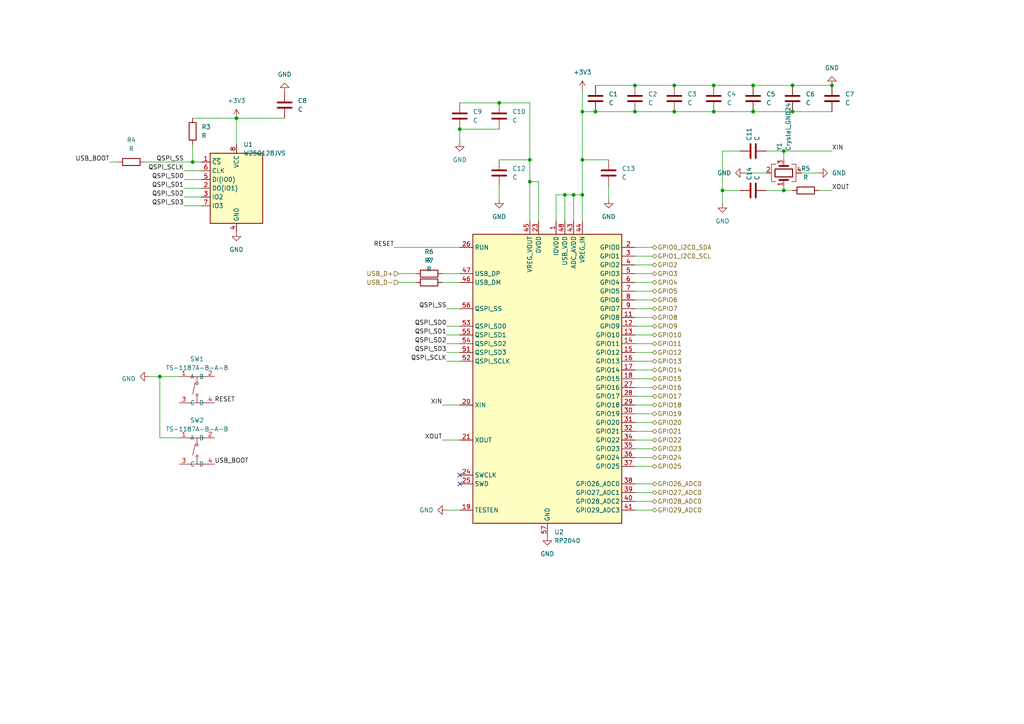
<source format=kicad_sch>
(kicad_sch (version 20230121) (generator eeschema)
  (paper "A4")
  (title_block (title "Frankenstein Controller") (company "wirkbetrieb.net / Tom Eichhorn"))
  (lib_symbols
    (symbol "Device:C" (pin_numbers hide) (pin_names (offset 0.254))
      (property "Reference" "C" (at 0.635 2.54 0))
      (property "Value" "C" (at 0.635 -2.54 0))
      (symbol "C_0_1"
        (polyline (pts (xy -2.032 -0.762) (xy 2.032 -0.762)) (stroke (width 0.508)))
        (polyline (pts (xy -2.032 0.762) (xy 2.032 0.762)) (stroke (width 0.508)))
      )
      (symbol "C_1_1"
        (pin passive line (at 0 3.81 270) (length 2.794) (name "~") (number "1"))
        (pin passive line (at 0 -3.81 90) (length 2.794) (name "~") (number "2"))
      )
    )
    (symbol "Device:Crystal_GND24" (pin_names (offset 1.016) hide)
      (property "Reference" "Y" (at 3.175 5.08 0))
      (property "Value" "Crystal_GND24" (at 3.175 3.175 0))
      (symbol "Crystal_GND24_0_1"
        (rectangle (start -1.143 2.54) (end 1.143 -2.54) (stroke (width 0.3048)))
        (polyline (pts (xy -2.54 0) (xy -2.032 0)))
        (polyline (pts (xy -2.032 -1.27) (xy -2.032 1.27)) (stroke (width 0.508)))
        (polyline (pts (xy 0 -3.81) (xy 0 -3.556)))
        (polyline (pts (xy 0 3.556) (xy 0 3.81)))
        (polyline (pts (xy 2.032 -1.27) (xy 2.032 1.27)) (stroke (width 0.508)))
        (polyline (pts (xy 2.032 0) (xy 2.54 0)))
        (polyline (pts (xy -2.54 -2.286) (xy -2.54 -3.556) (xy 2.54 -3.556) (xy 2.54 -2.286)))
        (polyline (pts (xy -2.54 2.286) (xy -2.54 3.556) (xy 2.54 3.556) (xy 2.54 2.286)))
      )
      (symbol "Crystal_GND24_1_1"
        (pin passive line (at -3.81 0 0) (length 1.27) (name "1") (number "1"))
        (pin passive line (at 0 5.08 270) (length 1.27) (name "2") (number "2"))
        (pin passive line (at 3.81 0 180) (length 1.27) (name "3") (number "3"))
        (pin passive line (at 0 -5.08 90) (length 1.27) (name "4") (number "4"))
      )
    )
    (symbol "Device:R" (pin_numbers hide) (pin_names (offset 0))
      (property "Reference" "R" (at 2.032 0 90))
      (property "Value" "R" (at 0 0 90))
      (symbol "R_0_1"
        (rectangle (start -1.016 -2.54) (end 1.016 2.54) (stroke (width 0.254)))
      )
      (symbol "R_1_1"
        (pin passive line (at 0 3.81 270) (length 1.27) (name "~") (number "1"))
        (pin passive line (at 0 -3.81 90) (length 1.27) (name "~") (number "2"))
      )
    )
    (symbol "MCU_RaspberryPi:RP2040"
      (property "Reference" "U" (at 17.78 45.72 0))
      (property "Value" "RP2040" (at 17.78 43.18 0))
      (symbol "RP2040_0_1"
        (rectangle (start -21.59 41.91) (end 21.59 -41.91) (stroke (width 0.254)) (fill (type background)))
      )
      (symbol "RP2040_1_1"
        (pin power_in line (at 2.54 45.72 270) (length 3.81) (name "IOVDD") (number "1"))
        (pin passive line (at 2.54 45.72 270) (length 3.81) hide (name "IOVDD") (number "10"))
        (pin bidirectional line (at 25.4 17.78 180) (length 3.81) (name "GPIO8") (number "11"))
        (pin bidirectional line (at 25.4 15.24 180) (length 3.81) (name "GPIO9") (number "12"))
        (pin bidirectional line (at 25.4 12.7 180) (length 3.81) (name "GPIO10") (number "13"))
        (pin bidirectional line (at 25.4 10.16 180) (length 3.81) (name "GPIO11") (number "14"))
        (pin bidirectional line (at 25.4 7.62 180) (length 3.81) (name "GPIO12") (number "15"))
        (pin bidirectional line (at 25.4 5.08 180) (length 3.81) (name "GPIO13") (number "16"))
        (pin bidirectional line (at 25.4 2.54 180) (length 3.81) (name "GPIO14") (number "17"))
        (pin bidirectional line (at 25.4 0 180) (length 3.81) (name "GPIO15") (number "18"))
        (pin input line (at -25.4 -38.1 0) (length 3.81) (name "TESTEN") (number "19"))
        (pin bidirectional line (at 25.4 38.1 180) (length 3.81) (name "GPIO0") (number "2"))
        (pin input line (at -25.4 -7.62 0) (length 3.81) (name "XIN") (number "20"))
        (pin passive line (at -25.4 -17.78 0) (length 3.81) (name "XOUT") (number "21"))
        (pin passive line (at 2.54 45.72 270) (length 3.81) hide (name "IOVDD") (number "22"))
        (pin power_in line (at -2.54 45.72 270) (length 3.81) (name "DVDD") (number "23"))
        (pin input line (at -25.4 -27.94 0) (length 3.81) (name "SWCLK") (number "24"))
        (pin bidirectional line (at -25.4 -30.48 0) (length 3.81) (name "SWD") (number "25"))
        (pin input line (at -25.4 38.1 0) (length 3.81) (name "RUN") (number "26"))
        (pin bidirectional line (at 25.4 -2.54 180) (length 3.81) (name "GPIO16") (number "27"))
        (pin bidirectional line (at 25.4 -5.08 180) (length 3.81) (name "GPIO17") (number "28"))
        (pin bidirectional line (at 25.4 -7.62 180) (length 3.81) (name "GPIO18") (number "29"))
        (pin bidirectional line (at 25.4 35.56 180) (length 3.81) (name "GPIO1") (number "3"))
        (pin bidirectional line (at 25.4 -10.16 180) (length 3.81) (name "GPIO19") (number "30"))
        (pin bidirectional line (at 25.4 -12.7 180) (length 3.81) (name "GPIO20") (number "31"))
        (pin bidirectional line (at 25.4 -15.24 180) (length 3.81) (name "GPIO21") (number "32"))
        (pin passive line (at 2.54 45.72 270) (length 3.81) hide (name "IOVDD") (number "33"))
        (pin bidirectional line (at 25.4 -17.78 180) (length 3.81) (name "GPIO22") (number "34"))
        (pin bidirectional line (at 25.4 -20.32 180) (length 3.81) (name "GPIO23") (number "35"))
        (pin bidirectional line (at 25.4 -22.86 180) (length 3.81) (name "GPIO24") (number "36"))
        (pin bidirectional line (at 25.4 -25.4 180) (length 3.81) (name "GPIO25") (number "37"))
        (pin bidirectional line (at 25.4 -30.48 180) (length 3.81) (name "GPIO26_ADC0") (number "38"))
        (pin bidirectional line (at 25.4 -33.02 180) (length 3.81) (name "GPIO27_ADC1") (number "39"))
        (pin bidirectional line (at 25.4 33.02 180) (length 3.81) (name "GPIO2") (number "4"))
        (pin bidirectional line (at 25.4 -35.56 180) (length 3.81) (name "GPIO28_ADC2") (number "40"))
        (pin bidirectional line (at 25.4 -38.1 180) (length 3.81) (name "GPIO29_ADC3") (number "41"))
        (pin passive line (at 2.54 45.72 270) (length 3.81) hide (name "IOVDD") (number "42"))
        (pin power_in line (at 7.62 45.72 270) (length 3.81) (name "ADC_AVDD") (number "43"))
        (pin power_in line (at 10.16 45.72 270) (length 3.81) (name "VREG_IN") (number "44"))
        (pin power_out line (at -5.08 45.72 270) (length 3.81) (name "VREG_VOUT") (number "45"))
        (pin bidirectional line (at -25.4 27.94 0) (length 3.81) (name "USB_DM") (number "46"))
        (pin bidirectional line (at -25.4 30.48 0) (length 3.81) (name "USB_DP") (number "47"))
        (pin power_in line (at 5.08 45.72 270) (length 3.81) (name "USB_VDD") (number "48"))
        (pin passive line (at 2.54 45.72 270) (length 3.81) hide (name "IOVDD") (number "49"))
        (pin bidirectional line (at 25.4 30.48 180) (length 3.81) (name "GPIO3") (number "5"))
        (pin passive line (at -2.54 45.72 270) (length 3.81) hide (name "DVDD") (number "50"))
        (pin bidirectional line (at -25.4 7.62 0) (length 3.81) (name "QSPI_SD3") (number "51"))
        (pin output line (at -25.4 5.08 0) (length 3.81) (name "QSPI_SCLK") (number "52"))
        (pin bidirectional line (at -25.4 15.24 0) (length 3.81) (name "QSPI_SD0") (number "53"))
        (pin bidirectional line (at -25.4 10.16 0) (length 3.81) (name "QSPI_SD2") (number "54"))
        (pin bidirectional line (at -25.4 12.7 0) (length 3.81) (name "QSPI_SD1") (number "55"))
        (pin bidirectional line (at -25.4 20.32 0) (length 3.81) (name "QSPI_SS") (number "56"))
        (pin power_in line (at 0 -45.72 90) (length 3.81) (name "GND") (number "57"))
        (pin bidirectional line (at 25.4 27.94 180) (length 3.81) (name "GPIO4") (number "6"))
        (pin bidirectional line (at 25.4 25.4 180) (length 3.81) (name "GPIO5") (number "7"))
        (pin bidirectional line (at 25.4 22.86 180) (length 3.81) (name "GPIO6") (number "8"))
        (pin bidirectional line (at 25.4 20.32 180) (length 3.81) (name "GPIO7") (number "9"))
      )
    )
    (symbol "Memory_Flash:W25Q128JVS"
      (property "Reference" "U" (at -8.89 8.89 0))
      (property "Value" "W25Q128JVS" (at 7.62 8.89 0))
      (symbol "W25Q128JVS_0_1"
        (rectangle (start -7.62 10.16) (end 7.62 -10.16) (stroke (width 0.254)) (fill (type background)))
      )
      (symbol "W25Q128JVS_1_1"
        (pin input line (at -10.16 7.62 0) (length 2.54) (name "~{CS}") (number "1"))
        (pin bidirectional line (at -10.16 0 0) (length 2.54) (name "DO(IO1)") (number "2"))
        (pin bidirectional line (at -10.16 -2.54 0) (length 2.54) (name "IO2") (number "3"))
        (pin power_in line (at 0 -12.7 90) (length 2.54) (name "GND") (number "4"))
        (pin bidirectional line (at -10.16 2.54 0) (length 2.54) (name "DI(IO0)") (number "5"))
        (pin input line (at -10.16 5.08 0) (length 2.54) (name "CLK") (number "6"))
        (pin bidirectional line (at -10.16 -5.08 0) (length 2.54) (name "IO3") (number "7"))
        (pin power_in line (at 0 12.7 270) (length 2.54) (name "VCC") (number "8"))
      )
    )
    (symbol "easyeda2kicad:TS-1187A-B-A-B"
      (property "Reference" "SW" (at 0 7.62 0))
      (property "Value" "TS-1187A-B-A-B" (at 0 -10.16 0))
      (symbol "TS-1187A-B-A-B_0_1"
        (circle (center 0 -2.79) (radius 0.32))
        (polyline (pts (xy -2.54 -5.08) (xy 2.54 -5.08)))
        (polyline (pts (xy -2.54 2.54) (xy 2.54 2.54)))
        (polyline (pts (xy -0.51 0.76) (xy -1.27 -2.54)))
        (polyline (pts (xy 0 -3.3) (xy 0 -5.08)))
        (polyline (pts (xy 0 0.76) (xy 0 2.54)))
        (circle (center 0 0.51) (radius 0.32))
        (pin unspecified line (at -5.08 2.54 0) (length 2.54) (name "A") (number "1"))
        (pin unspecified line (at 5.08 2.54 180) (length 2.54) (name "B") (number "2"))
        (pin unspecified line (at -5.08 -5.08 0) (length 2.54) (name "C") (number "3"))
        (pin unspecified line (at 5.08 -5.08 180) (length 2.54) (name "D") (number "4"))
      )
    )
    (symbol "power:+3V3" (power) (pin_names (offset 0))
      (property "Value" "+3V3" (at 0 3.556 0))
      (symbol "+3V3_0_1"
        (polyline (pts (xy -0.762 1.27) (xy 0 2.54)))
        (polyline (pts (xy 0 0) (xy 0 2.54)))
        (polyline (pts (xy 0 2.54) (xy 0.762 1.27)))
      )
      (symbol "+3V3_1_1"
        (pin power_in line (at 0 0 90) (length 0) hide (name "+3V3") (number "1"))
      )
    )
    (symbol "power:GND" (power) (pin_names (offset 0))
      (property "Value" "GND" (at 0 -3.81 0))
      (symbol "GND_0_1"
        (polyline (pts (xy 0 0) (xy 0 -1.27) (xy 1.27 -1.27) (xy 0 -2.54) (xy -1.27 -1.27) (xy 0 -1.27)))
      )
      (symbol "GND_1_1"
        (pin power_in line (at 0 0 270) (length 0) hide (name "GND") (number "1"))
      )
    )
  )
  (junction (at 133.35 37.465))
  (junction (at 168.91 56.515))
  (junction (at 229.87 24.765))
  (junction (at 168.91 32.385))
  (junction (at 184.15 32.385))
  (junction (at 195.58 24.765))
  (junction (at 184.15 24.765))
  (junction (at 153.67 52.705))
  (junction (at 68.58 34.29))
  (junction (at 207.01 24.765))
  (junction (at 209.55 55.245))
  (junction (at 172.72 32.385))
  (junction (at 195.58 32.385))
  (junction (at 46.355 109.22))
  (junction (at 218.44 24.765))
  (junction (at 218.44 32.385))
  (junction (at 55.88 46.99))
  (junction (at 144.78 29.845))
  (junction (at 153.67 46.355))
  (junction (at 168.91 46.355))
  (junction (at 229.87 32.385))
  (junction (at 227.33 55.245))
  (junction (at 166.37 56.515))
  (junction (at 227.33 43.815))
  (junction (at 241.3 24.765))
  (junction (at 207.01 32.385))
  (junction (at 163.83 56.515))
  (no_connect (at 133.35 140.335))
  (no_connect (at 133.35 137.795))
  (wire (pts (xy 237.49 55.245) (xy 241.3 55.245)))
  (wire (pts (xy 129.54 89.535) (xy 133.35 89.535)))
  (wire (pts (xy 153.67 52.705) (xy 153.67 46.355)))
  (wire (pts (xy 209.55 43.815) (xy 209.55 55.245)))
  (wire (pts (xy 129.54 94.615) (xy 133.35 94.615)))
  (wire (pts (xy 184.15 135.255) (xy 189.23 135.255)))
  (wire (pts (xy 153.67 29.845) (xy 153.67 46.355)))
  (wire (pts (xy 129.54 147.955) (xy 133.35 147.955)))
  (wire (pts (xy 184.15 109.855) (xy 189.23 109.855)))
  (wire (pts (xy 166.37 56.515) (xy 166.37 64.135)))
  (wire (pts (xy 184.15 92.075) (xy 189.23 92.075)))
  (wire (pts (xy 184.15 102.235) (xy 189.23 102.235)))
  (wire (pts (xy 133.35 37.465) (xy 133.35 41.275)))
  (wire (pts (xy 53.34 52.07) (xy 58.42 52.07)))
  (wire (pts (xy 156.21 52.705) (xy 153.67 52.705)))
  (wire (pts (xy 184.15 89.535) (xy 189.23 89.535)))
  (wire (pts (xy 184.15 74.295) (xy 189.23 74.295)))
  (wire (pts (xy 129.54 102.235) (xy 133.35 102.235)))
  (wire (pts (xy 184.15 112.395) (xy 189.23 112.395)))
  (wire (pts (xy 168.91 26.035) (xy 168.91 32.385)))
  (wire (pts (xy 55.88 34.29) (xy 68.58 34.29)))
  (wire (pts (xy 166.37 56.515) (xy 168.91 56.515)))
  (wire (pts (xy 53.34 57.15) (xy 58.42 57.15)))
  (wire (pts (xy 153.67 52.705) (xy 153.67 64.135)))
  (wire (pts (xy 129.54 97.155) (xy 133.35 97.155)))
  (wire (pts (xy 184.15 32.385) (xy 195.58 32.385)))
  (wire (pts (xy 128.27 117.475) (xy 133.35 117.475)))
  (wire (pts (xy 68.58 34.29) (xy 68.58 41.91)))
  (wire (pts (xy 31.75 46.99) (xy 34.29 46.99)))
  (wire (pts (xy 163.83 56.515) (xy 166.37 56.515)))
  (wire (pts (xy 184.15 127.635) (xy 189.23 127.635)))
  (wire (pts (xy 129.54 104.775) (xy 133.35 104.775)))
  (wire (pts (xy 227.33 53.975) (xy 227.33 55.245)))
  (wire (pts (xy 163.83 56.515) (xy 163.83 64.135)))
  (wire (pts (xy 184.15 114.935) (xy 189.23 114.935)))
  (wire (pts (xy 222.25 43.815) (xy 227.33 43.815)))
  (wire (pts (xy 218.44 24.765) (xy 229.87 24.765)))
  (wire (pts (xy 68.58 34.29) (xy 82.55 34.29)))
  (wire (pts (xy 184.15 86.995) (xy 189.23 86.995)))
  (wire (pts (xy 161.29 64.135) (xy 161.29 56.515)))
  (wire (pts (xy 184.15 122.555) (xy 189.23 122.555)))
  (wire (pts (xy 133.35 29.845) (xy 144.78 29.845)))
  (wire (pts (xy 218.44 32.385) (xy 229.87 32.385)))
  (wire (pts (xy 55.88 46.99) (xy 58.42 46.99)))
  (wire (pts (xy 184.15 120.015) (xy 189.23 120.015)))
  (wire (pts (xy 46.355 109.22) (xy 52.07 109.22)))
  (wire (pts (xy 184.15 94.615) (xy 189.23 94.615)))
  (wire (pts (xy 184.15 97.155) (xy 189.23 97.155)))
  (wire (pts (xy 227.33 43.815) (xy 227.33 46.355)))
  (wire (pts (xy 209.55 55.245) (xy 214.63 55.245)))
  (wire (pts (xy 168.91 46.355) (xy 168.91 56.515)))
  (wire (pts (xy 229.87 32.385) (xy 241.3 32.385)))
  (wire (pts (xy 128.27 81.915) (xy 133.35 81.915)))
  (wire (pts (xy 207.01 32.385) (xy 218.44 32.385)))
  (wire (pts (xy 172.72 32.385) (xy 184.15 32.385)))
  (wire (pts (xy 195.58 24.765) (xy 207.01 24.765)))
  (wire (pts (xy 184.15 132.715) (xy 189.23 132.715)))
  (wire (pts (xy 227.33 55.245) (xy 229.87 55.245)))
  (wire (pts (xy 184.15 145.415) (xy 189.23 145.415)))
  (wire (pts (xy 184.15 81.915) (xy 189.23 81.915)))
  (wire (pts (xy 168.91 56.515) (xy 168.91 64.135)))
  (wire (pts (xy 144.78 53.975) (xy 144.78 57.785)))
  (wire (pts (xy 115.57 81.915) (xy 120.65 81.915)))
  (wire (pts (xy 209.55 55.245) (xy 209.55 59.055)))
  (wire (pts (xy 53.34 49.53) (xy 58.42 49.53)))
  (wire (pts (xy 115.57 79.375) (xy 120.65 79.375)))
  (wire (pts (xy 215.9 50.165) (xy 222.25 50.165)))
  (wire (pts (xy 55.88 41.91) (xy 55.88 46.99)))
  (wire (pts (xy 144.78 46.355) (xy 153.67 46.355)))
  (wire (pts (xy 176.53 53.975) (xy 176.53 57.785)))
  (wire (pts (xy 172.72 24.765) (xy 184.15 24.765)))
  (wire (pts (xy 227.33 43.815) (xy 241.3 43.815)))
  (wire (pts (xy 184.15 140.335) (xy 189.23 140.335)))
  (wire (pts (xy 128.27 127.635) (xy 133.35 127.635)))
  (wire (pts (xy 161.29 56.515) (xy 163.83 56.515)))
  (wire (pts (xy 129.54 99.695) (xy 133.35 99.695)))
  (wire (pts (xy 209.55 43.815) (xy 214.63 43.815)))
  (wire (pts (xy 229.87 24.765) (xy 241.3 24.765)))
  (wire (pts (xy 46.355 109.22) (xy 46.355 127)))
  (wire (pts (xy 184.15 79.375) (xy 189.23 79.375)))
  (wire (pts (xy 53.34 54.61) (xy 58.42 54.61)))
  (wire (pts (xy 232.41 50.165) (xy 237.49 50.165)))
  (wire (pts (xy 184.15 71.755) (xy 189.23 71.755)))
  (wire (pts (xy 144.78 29.845) (xy 153.67 29.845)))
  (wire (pts (xy 53.34 59.69) (xy 58.42 59.69)))
  (wire (pts (xy 133.35 37.465) (xy 144.78 37.465)))
  (wire (pts (xy 184.15 84.455) (xy 189.23 84.455)))
  (wire (pts (xy 168.91 46.355) (xy 176.53 46.355)))
  (wire (pts (xy 168.91 32.385) (xy 168.91 46.355)))
  (wire (pts (xy 184.15 142.875) (xy 189.23 142.875)))
  (wire (pts (xy 114.3 71.755) (xy 133.35 71.755)))
  (wire (pts (xy 184.15 125.095) (xy 189.23 125.095)))
  (wire (pts (xy 184.15 104.775) (xy 189.23 104.775)))
  (wire (pts (xy 41.91 46.99) (xy 55.88 46.99)))
  (wire (pts (xy 184.15 107.315) (xy 189.23 107.315)))
  (wire (pts (xy 184.15 76.835) (xy 189.23 76.835)))
  (wire (pts (xy 184.15 24.765) (xy 195.58 24.765)))
  (wire (pts (xy 207.01 24.765) (xy 218.44 24.765)))
  (wire (pts (xy 184.15 130.175) (xy 189.23 130.175)))
  (wire (pts (xy 156.21 64.135) (xy 156.21 52.705)))
  (wire (pts (xy 222.25 55.245) (xy 227.33 55.245)))
  (wire (pts (xy 184.15 117.475) (xy 189.23 117.475)))
  (wire (pts (xy 184.15 99.695) (xy 189.23 99.695)))
  (wire (pts (xy 43.18 109.22) (xy 46.355 109.22)))
  (wire (pts (xy 168.91 32.385) (xy 172.72 32.385)))
  (wire (pts (xy 195.58 32.385) (xy 207.01 32.385)))
  (wire (pts (xy 184.15 147.955) (xy 189.23 147.955)))
  (wire (pts (xy 52.07 127) (xy 46.355 127)))
  (wire (pts (xy 128.27 79.375) (xy 133.35 79.375)))
  (label "QSPI_SD2" (at 129.54 99.695 180))
  (label "QSPI_SD2" (at 53.34 57.15 180))
  (label "XOUT" (at 241.3 55.245 0))
  (label "QSPI_SCLK" (at 129.54 104.775 180))
  (label "XOUT" (at 128.27 127.635 180))
  (label "QSPI_SD1" (at 53.34 54.61 180))
  (label "XIN" (at 241.3 43.815 0))
  (label "QSPI_SS" (at 53.34 46.99 180))
  (label "USB_BOOT" (at 62.23 134.62 0))
  (label "QSPI_SS" (at 129.54 89.535 180))
  (label "QSPI_SD0" (at 53.34 52.07 180))
  (label "QSPI_SD0" (at 129.54 94.615 180))
  (label "QSPI_SCLK" (at 53.34 49.53 180))
  (label "QSPI_SD3" (at 129.54 102.235 180))
  (label "USB_BOOT" (at 31.75 46.99 180))
  (label "XIN" (at 128.27 117.475 180))
  (label "QSPI_SD3" (at 53.34 59.69 180))
  (label "QSPI_SD1" (at 129.54 97.155 180))
  (label "RESET" (at 62.23 116.84 0))
  (label "RESET" (at 114.3 71.755 180))
  (hierarchical_label "GPIO16" (shape bidirectional) (at 189.23 112.395 0))
  (hierarchical_label "GPIO2" (shape bidirectional) (at 189.23 76.835 0))
  (hierarchical_label "GPIO4" (shape bidirectional) (at 189.23 81.915 0))
  (hierarchical_label "GPIO28_ADC0" (shape bidirectional) (at 189.23 145.415 0))
  (hierarchical_label "GPIO15" (shape bidirectional) (at 189.23 109.855 0))
  (hierarchical_label "GPIO21" (shape bidirectional) (at 189.23 125.095 0))
  (hierarchical_label "GPIO26_ADC0" (shape bidirectional) (at 189.23 140.335 0))
  (hierarchical_label "GPIO12" (shape bidirectional) (at 189.23 102.235 0))
  (hierarchical_label "GPIO22" (shape bidirectional) (at 189.23 127.635 0))
  (hierarchical_label "GPIO11" (shape bidirectional) (at 189.23 99.695 0))
  (hierarchical_label "GPIO18" (shape bidirectional) (at 189.23 117.475 0))
  (hierarchical_label "GPIO1_I2C0_SCL" (shape bidirectional) (at 189.23 74.295 0))
  (hierarchical_label "GPIO3" (shape bidirectional) (at 189.23 79.375 0))
  (hierarchical_label "GPIO7" (shape bidirectional) (at 189.23 89.535 0))
  (hierarchical_label "GPIO5" (shape bidirectional) (at 189.23 84.455 0))
  (hierarchical_label "GPIO13" (shape bidirectional) (at 189.23 104.775 0))
  (hierarchical_label "GPIO27_ADC0" (shape bidirectional) (at 189.23 142.875 0))
  (hierarchical_label "USB_D+" (shape input) (at 115.57 79.375 180))
  (hierarchical_label "GPIO0_I2C0_SDA" (shape bidirectional) (at 189.23 71.755 0))
  (hierarchical_label "GPIO10" (shape bidirectional) (at 189.23 97.155 0))
  (hierarchical_label "GPIO19" (shape bidirectional) (at 189.23 120.015 0))
  (hierarchical_label "GPIO8" (shape bidirectional) (at 189.23 92.075 0))
  (hierarchical_label "GPIO24" (shape bidirectional) (at 189.23 132.715 0))
  (hierarchical_label "GPIO9" (shape bidirectional) (at 189.23 94.615 0))
  (hierarchical_label "GPIO25" (shape bidirectional) (at 189.23 135.255 0))
  (hierarchical_label "GPIO20" (shape bidirectional) (at 189.23 122.555 0))
  (hierarchical_label "GPIO17" (shape bidirectional) (at 189.23 114.935 0))
  (hierarchical_label "USB_D-" (shape input) (at 115.57 81.915 180))
  (hierarchical_label "GPIO14" (shape bidirectional) (at 189.23 107.315 0))
  (hierarchical_label "GPIO29_ADC0" (shape bidirectional) (at 189.23 147.955 0))
  (hierarchical_label "GPIO6" (shape bidirectional) (at 189.23 86.995 0))
  (hierarchical_label "GPIO23" (shape bidirectional) (at 189.23 130.175 0))
  (symbol (lib_id "easyeda2kicad:TS-1187A-B-A-B") (at 57.15 129.54 0) (unit 1)
    (property "Reference" "SW2" (at 57.15 121.92 0))
    (property "Value" "TS-1187A-B-A-B" (at 57.15 124.46 0))
    (property "Footprint" "easyeda2kicad:SW-SMD_4P-L5.1-W5.1-P3.70-LS6.5-TL-2" (effects hide))
    (property "Datasheet" "https://lcsc.com/product-detail/Tactile-Switches_XKB-Enterprise-TS-1187-B-A-A_C318884.html" (effects hide))
    (property "LCSC Part" "C318884" (effects hide))
    (instances (project "frankenstein_enlarger_controller" (path "" (reference "SW2") (unit 1)) (path "" (reference "SW4") (unit 1))))
  )
  (symbol (lib_id "Device:C") (at 176.53 50.165 0) (unit 1)
    (property "Reference" "C13" (at 180.34 48.8949 0) (effects (justify left)))
    (property "Value" "C" (at 180.34 51.4349 0) (effects (justify left)))
    (property "Footprint" "Capacitor_SMD:C_0402_1005Metric" (effects hide))
    (property "LCSC" "C52923" (effects hide))
    (instances (project "frankenstein_enlarger_controller" (path "" (reference "C13") (unit 1)) (path "" (reference "C52") (unit 1))) (project "tomclock" (path "" (reference "C8") (unit 1))))
  )
  (symbol (lib_id "power:GND") (at 158.75 155.575 0) (unit 1)
    (property "Reference" "#PWR015" (effects hide))
    (property "Value" "GND" (at 158.75 160.655 0))
    (instances (project "frankenstein_enlarger_controller" (path "" (reference "#PWR015") (unit 1)) (path "" (reference "#PWR0112") (unit 1))) (project "tomclock" (path "" (reference "#PWR0110") (unit 1))))
  )
  (symbol (lib_id "Device:R") (at 124.46 81.915 90) (unit 1)
    (property "Reference" "R7" (at 124.46 75.565 90))
    (property "Value" "R" (at 124.46 78.105 90))
    (property "Footprint" "Resistor_SMD:R_1206_3216Metric" (effects hide))
    (property "LCSC" "C333003" (effects hide))
    (instances (project "frankenstein_enlarger_controller" (path "" (reference "R7") (unit 1)) (path "" (reference "R85") (unit 1))) (project "tomclock" (path "" (reference "R6") (unit 1))))
  )
  (symbol (lib_id "power:GND") (at 237.49 50.165 90) (unit 1)
    (property "Reference" "#PWR08" (effects hide))
    (property "Value" "GND" (at 241.3 50.1649 90) (effects (justify right)))
    (instances (project "frankenstein_enlarger_controller" (path "" (reference "#PWR08") (unit 1)) (path "" (reference "#PWR0105") (unit 1))) (project "tomclock" (path "" (reference "#PWR0120") (unit 1))))
  )
  (symbol (lib_id "Device:C") (at 218.44 55.245 90) (unit 1)
    (property "Reference" "C14" (at 217.2716 52.324 0) (effects (justify left)))
    (property "Value" "C" (at 219.583 52.324 0) (effects (justify left)))
    (property "Footprint" "Capacitor_SMD:C_0402_1005Metric" (effects hide))
    (property "LCSC" "C1557" (effects hide))
    (instances (project "frankenstein_enlarger_controller" (path "" (reference "C14") (unit 1)) (path "" (reference "C53") (unit 1))) (project "tomclock" (path "" (reference "C14") (unit 1))))
  )
  (symbol (lib_id "Device:C") (at 184.15 28.575 0) (unit 1)
    (property "Reference" "C2" (at 187.96 27.3049 0) (effects (justify left)))
    (property "Value" "C" (at 187.96 29.8449 0) (effects (justify left)))
    (property "Footprint" "Capacitor_SMD:C_0402_1005Metric" (effects hide))
    (property "LCSC" "C1525" (effects hide))
    (instances (project "frankenstein_enlarger_controller" (path "" (reference "C2") (unit 1)) (path "" (reference "C41") (unit 1))) (project "tomclock" (path "" (reference "C9") (unit 1))))
  )
  (symbol (lib_id "Device:C") (at 144.78 33.655 0) (unit 1)
    (property "Reference" "C10" (at 148.59 32.3849 0) (effects (justify left)))
    (property "Value" "C" (at 148.59 34.9249 0) (effects (justify left)))
    (property "Footprint" "Capacitor_SMD:C_0402_1005Metric" (effects hide))
    (property "LCSC" "C1525" (effects hide))
    (instances (project "frankenstein_enlarger_controller" (path "" (reference "C10") (unit 1)) (path "" (reference "C49") (unit 1))) (project "tomclock" (path "" (reference "C5") (unit 1))))
  )
  (symbol (lib_id "power:+3V3") (at 168.91 26.035 0) (unit 1)
    (property "Reference" "#PWR03" (effects hide))
    (property "Value" "+3V3" (at 168.91 20.955 0))
    (instances (project "frankenstein_enlarger_controller" (path "" (reference "#PWR03") (unit 1)) (path "" (reference "#PWR0100") (unit 1))) (project "tomclock" (path "" (reference "#PWR0113") (unit 1))))
  )
  (symbol (lib_id "Device:R") (at 124.46 79.375 90) (unit 1)
    (property "Reference" "R6" (at 124.46 73.025 90))
    (property "Value" "R" (at 124.46 75.565 90))
    (property "Footprint" "Resistor_SMD:R_1206_3216Metric" (effects hide))
    (property "LCSC" "C333003" (effects hide))
    (instances (project "frankenstein_enlarger_controller" (path "" (reference "R6") (unit 1)) (path "" (reference "R84") (unit 1))) (project "tomclock" (path "" (reference "R5") (unit 1))))
  )
  (symbol (lib_id "Device:C") (at 82.55 30.48 0) (unit 1)
    (property "Reference" "C8" (at 86.36 29.2099 0) (effects (justify left)))
    (property "Value" "C" (at 86.36 31.7499 0) (effects (justify left)))
    (property "Footprint" "Capacitor_SMD:C_0402_1005Metric" (effects hide))
    (property "LCSC" "C1525" (effects hide))
    (instances (project "frankenstein_enlarger_controller" (path "" (reference "C8") (unit 1)) (path "" (reference "C47") (unit 1))) (project "tomclock" (path "" (reference "C1") (unit 1))))
  )
  (symbol (lib_id "Device:R") (at 233.68 55.245 90) (unit 1)
    (property "Reference" "R5" (at 233.68 48.895 90))
    (property "Value" "R" (at 233.68 51.435 90))
    (property "Footprint" "Resistor_SMD:R_0402_1005Metric" (effects hide))
    (property "LCSC" "C11702" (effects hide))
    (instances (project "frankenstein_enlarger_controller" (path "" (reference "R5") (unit 1)) (path "" (reference "R83") (unit 1))) (project "tomclock" (path "" (reference "R7") (unit 1))))
  )
  (symbol (lib_id "MCU_RaspberryPi:RP2040") (at 158.75 109.855 0) (unit 1)
    (property "Reference" "U2" (at 160.7694 154.305 0) (effects (justify left)))
    (property "Value" "RP2040" (at 160.7694 156.845 0) (effects (justify left)))
    (property "Footprint" "Package_DFN_QFN:QFN-56-1EP_7x7mm_P0.4mm_EP3.2x3.2mm" (effects hide))
    (property "Datasheet" "https://datasheets.raspberrypi.com/rp2040/rp2040-datasheet.pdf" (effects hide))
    (property "LCSC" "C2040" (effects hide))
    (instances (project "frankenstein_enlarger_controller" (path "" (reference "U2") (unit 1)) (path "" (reference "U22") (unit 1))) (project "tomclock" (path "" (reference "U3") (unit 1))))
  )
  (symbol (lib_id "Device:C") (at 207.01 28.575 0) (unit 1)
    (property "Reference" "C4" (at 210.82 27.3049 0) (effects (justify left)))
    (property "Value" "C" (at 210.82 29.8449 0) (effects (justify left)))
    (property "Footprint" "Capacitor_SMD:C_0402_1005Metric" (effects hide))
    (property "LCSC" "C1525" (effects hide))
    (instances (project "frankenstein_enlarger_controller" (path "" (reference "C4") (unit 1)) (path "" (reference "C43") (unit 1))) (project "tomclock" (path "" (reference "C11") (unit 1))))
  )
  (symbol (lib_id "power:GND") (at 82.55 26.67 180) (unit 1)
    (property "Reference" "#PWR04" (effects hide))
    (property "Value" "GND" (at 82.55 21.59 0))
    (instances (project "frankenstein_enlarger_controller" (path "" (reference "#PWR04") (unit 1)) (path "" (reference "#PWR0101") (unit 1))) (project "tomclock" (path "" (reference "#PWR0109") (unit 1))))
  )
  (symbol (lib_id "power:GND") (at 133.35 41.275 0) (unit 1)
    (property "Reference" "#PWR06" (effects hide))
    (property "Value" "GND" (at 133.35 46.355 0))
    (instances (project "frankenstein_enlarger_controller" (path "" (reference "#PWR06") (unit 1)) (path "" (reference "#PWR0103") (unit 1))) (project "tomclock" (path "" (reference "#PWR0116") (unit 1))))
  )
  (symbol (lib_id "power:GND") (at 43.18 109.22 270) (unit 1)
    (property "Reference" "#PWR013" (effects hide))
    (property "Value" "GND" (at 39.37 109.855 90) (effects (justify right)))
    (instances (project "frankenstein_enlarger_controller" (path "" (reference "#PWR013") (unit 1)) (path "" (reference "#PWR0110") (unit 1))) (project "tomclock" (path "" (reference "#PWR09") (unit 1))))
  )
  (symbol (lib_id "Device:C") (at 218.44 43.815 90) (unit 1)
    (property "Reference" "C11" (at 217.2716 40.894 0) (effects (justify left)))
    (property "Value" "C" (at 219.583 40.894 0) (effects (justify left)))
    (property "Footprint" "Capacitor_SMD:C_0402_1005Metric" (effects hide))
    (property "LCSC" "C1557" (effects hide))
    (instances (project "frankenstein_enlarger_controller" (path "" (reference "C11") (unit 1)) (path "" (reference "C50") (unit 1))) (project "tomclock" (path "" (reference "C13") (unit 1))))
  )
  (symbol (lib_id "power:GND") (at 241.3 24.765 180) (unit 1)
    (property "Reference" "#PWR02" (effects hide))
    (property "Value" "GND" (at 241.3 19.685 0))
    (instances (project "frankenstein_enlarger_controller" (path "" (reference "#PWR02") (unit 1)) (path "" (reference "#PWR099") (unit 1))) (project "tomclock" (path "" (reference "#PWR0118") (unit 1))))
  )
  (symbol (lib_id "Device:C") (at 229.87 28.575 0) (unit 1)
    (property "Reference" "C6" (at 233.68 27.3049 0) (effects (justify left)))
    (property "Value" "C" (at 233.68 29.8449 0) (effects (justify left)))
    (property "Footprint" "Capacitor_SMD:C_0402_1005Metric" (effects hide))
    (property "LCSC" "C1525" (effects hide))
    (instances (project "frankenstein_enlarger_controller" (path "" (reference "C6") (unit 1)) (path "" (reference "C45") (unit 1))) (project "tomclock" (path "" (reference "C15") (unit 1))))
  )
  (symbol (lib_id "easyeda2kicad:TS-1187A-B-A-B") (at 57.15 111.76 0) (unit 1)
    (property "Reference" "SW1" (at 57.15 104.14 0))
    (property "Value" "TS-1187A-B-A-B" (at 57.15 106.68 0))
    (property "Footprint" "easyeda2kicad:SW-SMD_4P-L5.1-W5.1-P3.70-LS6.5-TL-2" (effects hide))
    (property "Datasheet" "https://lcsc.com/product-detail/Tactile-Switches_XKB-Enterprise-TS-1187-B-A-A_C318884.html" (effects hide))
    (property "LCSC Part" "C318884" (effects hide))
    (instances (project "frankenstein_enlarger_controller" (path "" (reference "SW1") (unit 1)) (path "" (reference "SW3") (unit 1))))
  )
  (symbol (lib_id "power:GND") (at 209.55 59.055 0) (unit 1)
    (property "Reference" "#PWR011" (effects hide))
    (property "Value" "GND" (at 209.55 64.135 0))
    (instances (project "frankenstein_enlarger_controller" (path "" (reference "#PWR011") (unit 1)) (path "" (reference "#PWR0108") (unit 1))) (project "tomclock" (path "" (reference "#PWR0117") (unit 1))))
  )
  (symbol (lib_id "power:GND") (at 68.58 67.31 0) (unit 1)
    (property "Reference" "#PWR012" (effects hide))
    (property "Value" "GND" (at 68.58 72.39 0))
    (instances (project "frankenstein_enlarger_controller" (path "" (reference "#PWR012") (unit 1)) (path "" (reference "#PWR0109") (unit 1))) (project "tomclock" (path "" (reference "#PWR0107") (unit 1))))
  )
  (symbol (lib_id "power:GND") (at 144.78 57.785 0) (unit 1)
    (property "Reference" "#PWR09" (effects hide))
    (property "Value" "GND" (at 144.78 62.865 0))
    (instances (project "frankenstein_enlarger_controller" (path "" (reference "#PWR09") (unit 1)) (path "" (reference "#PWR0106") (unit 1))) (project "tomclock" (path "" (reference "#PWR0112") (unit 1))))
  )
  (symbol (lib_id "Device:R") (at 55.88 38.1 0) (unit 1)
    (property "Reference" "R3" (at 58.42 36.8299 0) (effects (justify left)))
    (property "Value" "R" (at 58.42 39.3699 0) (effects (justify left)))
    (property "Footprint" "Resistor_SMD:R_0402_1005Metric" (effects hide))
    (instances (project "frankenstein_enlarger_controller" (path "" (reference "R3") (unit 1)) (path "" (reference "R81") (unit 1))) (project "tomclock" (path "" (reference "R2") (unit 1))))
  )
  (symbol (lib_id "Device:C") (at 172.72 28.575 0) (unit 1)
    (property "Reference" "C1" (at 176.53 27.3049 0) (effects (justify left)))
    (property "Value" "C" (at 176.53 29.8449 0) (effects (justify left)))
    (property "Footprint" "Capacitor_SMD:C_0402_1005Metric" (effects hide))
    (property "LCSC" "C1525" (effects hide))
    (instances (project "frankenstein_enlarger_controller" (path "" (reference "C1") (unit 1)) (path "" (reference "C40") (unit 1))) (project "tomclock" (path "" (reference "C7") (unit 1))))
  )
  (symbol (lib_id "power:GND") (at 176.53 57.785 0) (unit 1)
    (property "Reference" "#PWR010" (effects hide))
    (property "Value" "GND" (at 176.53 62.865 0))
    (instances (project "frankenstein_enlarger_controller" (path "" (reference "#PWR010") (unit 1)) (path "" (reference "#PWR0107") (unit 1))) (project "tomclock" (path "" (reference "#PWR0114") (unit 1))))
  )
  (symbol (lib_id "Memory_Flash:W25Q128JVS") (at 68.58 54.61 0) (unit 1)
    (property "Reference" "U1" (at 70.5994 41.91 0) (effects (justify left)))
    (property "Value" "W25Q128JVS" (at 70.5994 44.45 0) (effects (justify left)))
    (property "Footprint" "Package_SO:SOIC-8_5.23x5.23mm_P1.27mm" (effects hide))
    (property "Datasheet" "http://www.winbond.com/resource-files/w25q128jv_dtr%20revc%2003272018%20plus.pdf" (effects hide))
    (property "LCSC" "C97521" (effects hide))
    (instances (project "frankenstein_enlarger_controller" (path "" (reference "U1") (unit 1)) (path "" (reference "U21") (unit 1))) (project "tomclock" (path "" (reference "U1") (unit 1))))
  )
  (symbol (lib_id "Device:C") (at 133.35 33.655 0) (unit 1)
    (property "Reference" "C9" (at 137.16 32.3849 0) (effects (justify left)))
    (property "Value" "C" (at 137.16 34.9249 0) (effects (justify left)))
    (property "Footprint" "Capacitor_SMD:C_0402_1005Metric" (effects hide))
    (property "LCSC" "C1525" (effects hide))
    (instances (project "frankenstein_enlarger_controller" (path "" (reference "C9") (unit 1)) (path "" (reference "C48") (unit 1))) (project "tomclock" (path "" (reference "C4") (unit 1))))
  )
  (symbol (lib_id "Device:C") (at 195.58 28.575 0) (unit 1)
    (property "Reference" "C3" (at 199.39 27.3049 0) (effects (justify left)))
    (property "Value" "C" (at 199.39 29.8449 0) (effects (justify left)))
    (property "Footprint" "Capacitor_SMD:C_0402_1005Metric" (effects hide))
    (property "LCSC" "C1525" (effects hide))
    (instances (project "frankenstein_enlarger_controller" (path "" (reference "C3") (unit 1)) (path "" (reference "C42") (unit 1))) (project "tomclock" (path "" (reference "C10") (unit 1))))
  )
  (symbol (lib_id "Device:Crystal_GND24") (at 227.33 50.165 90) (unit 1)
    (property "Reference" "Y1" (at 226.06 43.815 0) (effects (justify left)))
    (property "Value" "Crystal_GND24" (at 228.6 43.815 0) (effects (justify left)))
    (property "Footprint" "Crystal:Crystal_SMD_3225-4Pin_3.2x2.5mm" (effects hide))
    (property "LCSC" "C9002" (effects hide))
    (instances (project "frankenstein_enlarger_controller" (path "" (reference "Y1") (unit 1)) (path "" (reference "Y3") (unit 1))) (project "tomclock" (path "" (reference "Y1") (unit 1))))
  )
  (symbol (lib_id "power:GND") (at 129.54 147.955 270) (unit 1)
    (property "Reference" "#PWR014" (effects hide))
    (property "Value" "GND" (at 125.73 147.9549 90) (effects (justify right)))
    (instances (project "frankenstein_enlarger_controller" (path "" (reference "#PWR014") (unit 1)) (path "" (reference "#PWR0111") (unit 1))) (project "tomclock" (path "" (reference "#PWR0111") (unit 1))))
  )
  (symbol (lib_id "power:+3V3") (at 68.58 34.29 0) (unit 1)
    (property "Reference" "#PWR05" (effects hide))
    (property "Value" "+3V3" (at 68.58 29.21 0))
    (instances (project "frankenstein_enlarger_controller" (path "" (reference "#PWR05") (unit 1)) (path "" (reference "#PWR0102") (unit 1))) (project "tomclock" (path "" (reference "#PWR0106") (unit 1))))
  )
  (symbol (lib_id "Device:C") (at 218.44 28.575 0) (unit 1)
    (property "Reference" "C5" (at 222.25 27.3049 0) (effects (justify left)))
    (property "Value" "C" (at 222.25 29.8449 0) (effects (justify left)))
    (property "Footprint" "Capacitor_SMD:C_0402_1005Metric" (effects hide))
    (property "LCSC" "C1525" (effects hide))
    (instances (project "frankenstein_enlarger_controller" (path "" (reference "C5") (unit 1)) (path "" (reference "C44") (unit 1))) (project "tomclock" (path "" (reference "C12") (unit 1))))
  )
  (symbol (lib_id "Device:R") (at 38.1 46.99 90) (unit 1)
    (property "Reference" "R4" (at 38.1 40.64 90))
    (property "Value" "R" (at 38.1 43.18 90))
    (property "Footprint" "Resistor_SMD:R_0402_1005Metric" (effects hide))
    (property "LCSC" "C11702" (effects hide))
    (instances (project "frankenstein_enlarger_controller" (path "" (reference "R4") (unit 1)) (path "" (reference "R82") (unit 1))) (project "tomclock" (path "" (reference "R1") (unit 1))))
  )
  (symbol (lib_id "power:GND") (at 215.9 50.165 270) (unit 1)
    (property "Reference" "#PWR07" (effects hide))
    (property "Value" "GND" (at 212.09 50.1649 90) (effects (justify right)))
    (instances (project "frankenstein_enlarger_controller" (path "" (reference "#PWR07") (unit 1)) (path "" (reference "#PWR0104") (unit 1))) (project "tomclock" (path "" (reference "#PWR0121") (unit 1))))
  )
  (symbol (lib_id "Device:C") (at 241.3 28.575 0) (unit 1)
    (property "Reference" "C7" (at 245.11 27.3049 0) (effects (justify left)))
    (property "Value" "C" (at 245.11 29.8449 0) (effects (justify left)))
    (property "Footprint" "Capacitor_SMD:C_0402_1005Metric" (effects hide))
    (property "LCSC" "C1525" (effects hide))
    (instances (project "frankenstein_enlarger_controller" (path "" (reference "C7") (unit 1)) (path "" (reference "C46") (unit 1))) (project "tomclock" (path "" (reference "C16") (unit 1))))
  )
  (symbol (lib_id "Device:C") (at 144.78 50.165 0) (unit 1)
    (property "Reference" "C12" (at 148.59 48.8949 0) (effects (justify left)))
    (property "Value" "C" (at 148.59 51.4349 0) (effects (justify left)))
    (property "Footprint" "Capacitor_SMD:C_0402_1005Metric" (effects hide))
    (property "LCSC" "C52923" (effects hide))
    (instances (project "frankenstein_enlarger_controller" (path "" (reference "C12") (unit 1)) (path "" (reference "C51") (unit 1))) (project "tomclock" (path "" (reference "C6") (unit 1))))
  )
)
</source>
